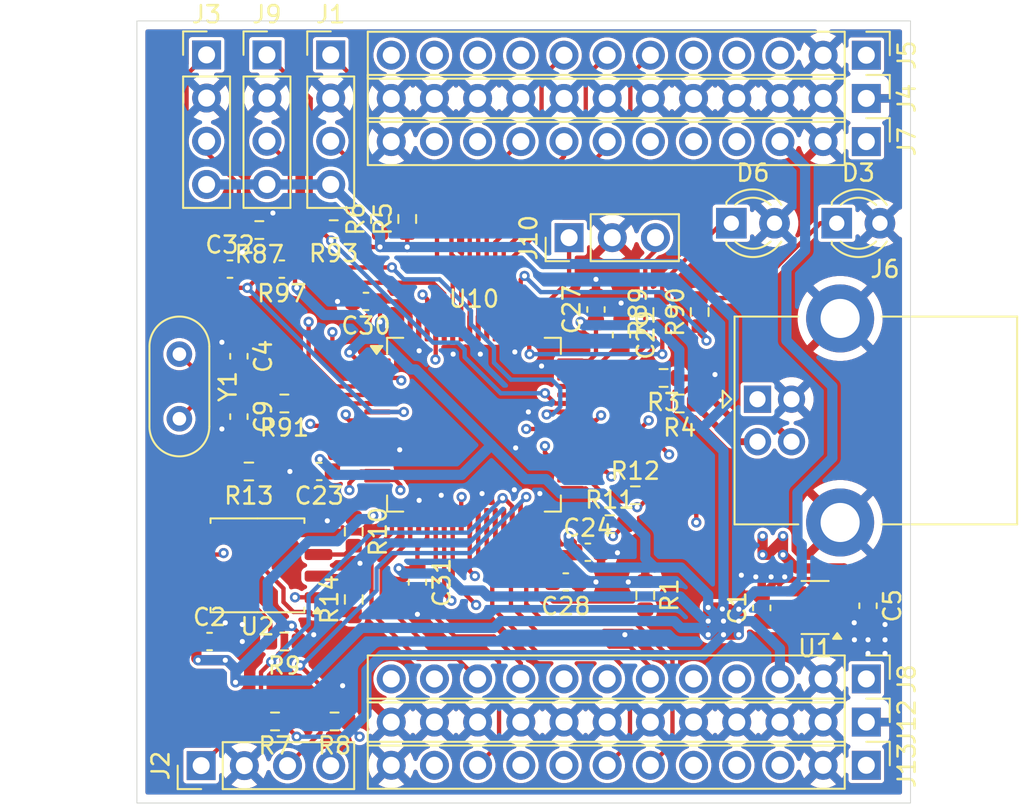
<source format=kicad_pcb>
(kicad_pcb (version 20241229) (generator "pcbnew") (generator_version "9.0")
  (layers (0 "F.Cu" signal) (4 "In1.Cu" signal) (6 "In2.Cu" signal) (2 "B.Cu" signal) (13 "F.Paste" user) (15 "B.Paste" user) (5 "F.SilkS" user "F.Silkscreen") (7 "B.SilkS" user "B.Silkscreen") (1 "F.Mask" user) (3 "B.Mask" user) (25 "Edge.Cuts" user))
  (net 0 "")
  (net 1 "GND")
  (net 2 "VDD")
  (net 3 "/clk-in")
  (net 4 "/Vbus")
  (net 5 "Net-(C9-Pad1)")
  (net 6 "Net-(U10B-Vcap_1)")
  (net 7 "Net-(U10B-Vcap_2)")
  (net 8 "/rst_mcu")
  (net 9 "Net-(D3-K)")
  (net 10 "Net-(D6-K)")
  (net 11 "/i2c1_sck")
  (net 12 "/i2c1_sda")
  (net 13 "/i2c2_sck")
  (net 14 "/i2c2_sda")
  (net 15 "/pb15")
  (net 16 "/pc13")
  (net 17 "/pc8")
  (net 18 "/pb14")
  (net 19 "/pc7")
  (net 20 "/pc4")
  (net 21 "/pc15")
  (net 22 "/pc6")
  (net 23 "/pc1")
  (net 24 "/pc11")
  (net 25 "/led-1")
  (net 26 "/pc9")
  (net 27 "/pc0")
  (net 28 "/pc12")
  (net 29 "/pd2")
  (net 30 "/pc5")
  (net 31 "/led-0")
  (net 32 "Net-(J6-D+)")
  (net 33 "Net-(J6-D-)")
  (net 34 "/pa7")
  (net 35 "/pb1")
  (net 36 "/pa3")
  (net 37 "/pb3")
  (net 38 "/pa5")
  (net 39 "/pa4")
  (net 40 "/pb8")
  (net 41 "/pa8")
  (net 42 "/pa0")
  (net 43 "/pb0")
  (net 44 "/pc14")
  (net 45 "/pa1")
  (net 46 "/pb4")
  (net 47 "/pb9")
  (net 48 "/pb5")
  (net 49 "/pa6")
  (net 50 "/pa2")
  (net 51 "/uart1-tx")
  (net 52 "/uart1-rx")
  (net 53 "/swd_clk")
  (net 54 "/swd_io")
  (net 55 "/boot0")
  (net 56 "/boot1")
  (net 57 "/usb_d+")
  (net 58 "/usb_d-")
  (net 59 "/flash_hold")
  (net 60 "/flash_wp")
  (net 61 "/flash_cs")
  (net 62 "/flash_cs_pin")
  (net 63 "/flash_sck")
  (net 64 "/spi2_sck")
  (net 65 "/flash_di")
  (net 66 "/spi2_mosi")
  (net 67 "/spi2_miso")
  (net 68 "/flash_do")
  (net 69 "/clk-out")
  (footprint "Capacitor_SMD:C_0603_1608Metric" (layer "F.Cu") (at 159.025 111.75)
    (property "Reference" "C24")
    (property "Value" "100n")
  )
  (footprint "Capacitor_SMD:C_0603_1608Metric" (layer "F.Cu") (at 141.025 95.1 180)
    (property "Reference" "R97")
    (property "Value" "10k")
  )
  (footprint "Resistor_SMD:R_0603_1608Metric" (layer "F.Cu") (at 144.075 92.75 180)
    (property "Reference" "R93")
    (property "Value" "10k")
  )
  (footprint "Resistor_SMD:R_0603_1608Metric" (layer "F.Cu") (at 141.175 117 180)
    (property "Reference" "R9")
    (property "Value" "10k")
  )
  (footprint "Connector_PinHeader_2.54mm:PinHeader_1x12_P2.54mm_Vertical" (layer "F.Cu") (at 175.4 124.28 -90)
    (property "Reference" "J13")
    (property "Value" "pins_f")
  )
  (footprint "Resistor_SMD:R_0603_1608Metric" (layer "F.Cu") (at 145.255 110.54 -90)
    (property "Reference" "R10")
    (property "Value" "10k")
  )
  (footprint "Resistor_SMD:R_0603_1608Metric_Pad0.98x0.95mm_HandSolder" (layer "F.Cu") (at 139.0875 107 180)
    (property "Reference" "R13")
    (property "Value" "33")
  )
  (footprint "Capacitor_SMD:C_0603_1608Metric" (layer "F.Cu") (at 136.775 117)
    (property "Reference" "C2")
    (property "Value" "4u7")
  )
  (footprint "Connector_PinHeader_2.54mm:PinHeader_1x12_P2.54mm_Vertical" (layer "F.Cu") (at 175.4 121.74 -90)
    (property "Reference" "J12")
    (property "Value" "pins_e")
  )
  (footprint "Capacitor_SMD:C_0603_1608Metric" (layer "F.Cu") (at 137.975 95.1)
    (property "Reference" "C32")
    (property "Value" "4u7")
  )
  (footprint "Connector_PinHeader_2.54mm:PinHeader_1x03_P2.54mm_Vertical" (layer "F.Cu") (at 157.92 93.25 90)
    (property "Reference" "J10")
    (property "Value" "swd")
  )
  (footprint "Resistor_SMD:R_0603_1608Metric_Pad0.98x0.95mm_HandSolder" (layer "F.Cu") (at 161.8125 108.4)
    (property "Reference" "R12")
    (property "Value" "33")
  )
  (footprint "Resistor_SMD:R_0603_1608Metric" (layer "F.Cu") (at 139.7 92.8 180)
    (property "Reference" "R87")
    (property "Value" "10k")
  )
  (footprint "Resistor_SMD:R_0603_1608Metric_Pad0.98x0.95mm_HandSolder" (layer "F.Cu") (at 160.3125 110.1)
    (property "Reference" "R11")
    (property "Value" "33")
  )
  (footprint "Capacitor_SMD:C_0603_1608Metric" (layer "F.Cu") (at 143.225 107 180)
    (property "Reference" "C23")
    (property "Value" "100n")
  )
  (footprint "Resistor_SMD:R_0603_1608Metric" (layer "F.Cu") (at 163.4 97.625 90)
    (property "Reference" "R89")
    (property "Value" "1k")
  )
  (footprint "Connector_PinHeader_2.54mm:PinHeader_1x12_P2.54mm_Vertical" (layer "F.Cu") (at 175.4 82.52 -90)
    (property "Reference" "J5")
    (property "Value" "pins_a")
  )
  (footprint "Capacitor_SMD:C_0603_1608Metric" (layer "F.Cu") (at 159.5 97.475 90)
    (property "Reference" "C27")
    (property "Value" "100n")
  )
  (footprint "Package_TO_SOT_SMD:SOT-23-5" (layer "F.Cu") (at 172.3875 115 180)
    (property "Reference" "U1")
    (property "Value" "MCP1802x-xx02xOT")
  )
  (footprint "Connector_PinHeader_2.54mm:PinHeader_1x04_P2.54mm_Vertical" (layer "F.Cu") (at 140.15 82.5)
    (property "Reference" "J9")
    (property "Value" "uart1")
  )
  (footprint "Connector_PinHeader_2.54mm:PinHeader_1x04_P2.54mm_Vertical" (layer "F.Cu") (at 143.9 82.5)
    (property "Reference" "J1")
    (property "Value" "i2c_1")
  )
  (footprint "Resistor_SMD:R_0603_1608Metric" (layer "F.Cu") (at 164.425 103 180)
    (property "Reference" "R4")
    (property "Value" "22")
  )
  (footprint "LED_THT:LED_D3.0mm" (layer "F.Cu") (at 173.66 92.4)
    (property "Reference" "D3")
    (property "Value" "LED")
  )
  (footprint "Capacitor_SMD:C_0603_1608Metric" (layer "F.Cu") (at 175.5 114.9 -90)
    (property "Reference" "C5")
    (property "Value" "4u7")
  )
  (footprint "Capacitor_SMD:C_0603_1608Metric" (layer "F.Cu") (at 145.975 97 180)
    (property "Reference" "C30")
    (property "Value" "100n")
  )
  (footprint "Resistor_SMD:R_0603_1608Metric" (layer "F.Cu") (at 165.6 97.625 90)
    (property "Reference" "R90")
    (property "Value" "1k")
  )
  (footprint "Connector_PinHeader_2.54mm:PinHeader_1x04_P2.54mm_Vertical" (layer "F.Cu") (at 136.6 82.5)
    (property "Reference" "J3")
    (property "Value" "boot_rst")
  )
  (footprint "Resistor_SMD:R_0603_1608Metric" (layer "F.Cu") (at 148.4 92.15 90)
    (property "Reference" "R5")
    (property "Value" "10k")
  )
  (footprint "Capacitor_SMD:C_0603_1608Metric" (layer "F.Cu") (at 138.5 100.225 -90)
    (property "Reference" "C4")
    (property "Value" "18p")
  )
  (footprint "Resistor_SMD:R_0603_1608Metric" (layer "F.Cu") (at 162.4 114.275 -90)
    (property "Reference" "R1")
    (property "Value" "100k")
  )
  (footprint "Capacitor_SMD:C_0603_1608Metric" (layer "F.Cu") (at 161 98.975 -90)
    (property "Reference" "C29")
    (property "Value" "2u2")
  )
  (footprint "Resistor_SMD:R_0603_1608Metric" (layer "F.Cu") (at 146.8 92.15 90)
    (property "Reference" "R6")
    (property "Value" "10k")
  )
  (footprint "Crystal:Crystal_HC52-8mm_Vertical" (layer "F.Cu") (at 135 100.1 -90)
    (property "Reference" "Y1")
    (property "Value" "Crystal")
  )
  (footprint "Connector_PinHeader_2.54mm:PinHeader_1x04_P2.54mm_Vertical" (layer "F.Cu") (at 136.28 124.3 90)
    (property "Reference" "J2")
    (property "Value" "i2c_2")
  )
  (footprint "Capacitor_SMD:C_0603_1608Metric" (layer "F.Cu") (at 157.725 113.5 180)
    (property "Reference" "C28")
    (property "Value" "2u2")
  )
  (footprint "Resistor_SMD:R_0603_1608Metric_Pad0.98x0.95mm_HandSolder" (layer "F.Cu") (at 145.255 114.5275 90)
    (property "Reference" "R14")
    (property "Value" "33")
  )
  (footprint "Capacitor_SMD:C_0603_1608Metric" (layer "F.Cu") (at 169.25 115.025 90)
    (property "Reference" "C1")
    (property "Value" "4u7")
  )
  (footprint "Connector_PinHeader_2.54mm:PinHeader_1x12_P2.54mm_Vertical" (layer "F.Cu") (at 175.4 85.06 -90)
    (property "Reference" "J4")
    (property "Value" "pins_b")
  )
  (footprint "Connector_PinHeader_2.54mm:PinHeader_1x12_P2.54mm_Vertical" (layer "F.Cu") (at 175.4 119.2 -90)
    (property "Reference" "J8")
    (property "Value" "pins_d")
  )
  (footprint "Capacitor_SMD:C_0603_1608Metric" (layer "F.Cu") (at 138.5 103.775 -90)
    (property "Reference" "C9")
    (property "Value" "18p")
  )
  (footprint "Capacitor_SMD:C_0603_1608Metric" (layer "F.Cu") (at 149 113.525 -90)
    (property "Reference" "C31")
    (property "Value" "100n")
  )
  (footprint "Connector_PinHeader_2.54mm:PinHeader_1x12_P2.54mm_Vertical" (layer "F.Cu") (at 175.4 87.6 -90)
    (property "Reference" "J7")
    (property "Value" "pins_c")
  )
  (footprint "Package_SO:SOIC-8_5.3x5.3mm_P1.27mm" (layer "F.Cu") (at 139.5925 112.52 180)
    (property "Reference" "U2")
    (property "Value" "W25Q128JVS")
  )
  (footprint "Package_QFP:LQFP-64_10x10mm_P0.5mm" (layer "F.Cu") (at 152.325 104.25)
    (property "Reference" "U10")
    (property "Value" "~")
  )
  (footprint "Resistor_SMD:R_0603_1608Metric" (layer "F.Cu") (at 140.625 121.7 180)
    (property "Reference" "R7")
    (property "Value" "10k")
  )
  (footprint "Connector_USB:USB_B_Lumberg_2411_02_Horizontal" (layer "F.Cu") (at 169 102.75)
    (property "Reference" "J6")
    (property "Value" "MY_USB_B")
  )
  (footprint "Resistor_SMD:R_0603_1608Metric" (layer "F.Cu") (at 144.125 121.7 180)
    (property "Reference" "R8")
    (property "Value" "10k")
  )
  (footprint "Resistor_SMD:R_0603_1608Metric" (layer "F.Cu") (at 163.475 101.5 180)
    (property "Reference" "R3")
    (property "Value" "22")
  )
  (footprint "Resistor_SMD:R_0603_1608Metric" (layer "F.Cu") (at 141.175 103 180)
    (property "Reference" "R91")
    (property "Value" "100")
  )
  (footprint "LED_THT:LED_D3.0mm" (layer "F.Cu") (at 167.46 92.4)
    (property "Reference" "D6")
    (property "Value" "LED")
  )
  (gr_rect (start 132.5 80.5) (end 178 126.5) (stroke (width 0.05)) (fill no) (layer "Edge.Cuts"))
  (segment (start 149.075 98.575) (end 149.075 99.875) (width 0.254) (layer "F.Cu") (net 1))
  (segment (start 149.075 108.725) (end 149.1 108.7) (width 0.254) (layer "F.Cu") (net 1))
  (segment (start 155.523033 103.5) (end 155.042577 103.5) (width 0.254) (layer "F.Cu") (net 1))
  (segment (start 154.6 100.1) (end 154.728712 99.971288) (width 0.254) (layer "F.Cu") (net 1))
  (segment (start 143.7 110.095) (end 143.7 109.9) (width 0.254) (layer "F.Cu") (net 1))
  (segment (start 155.277 107.4) (end 154.7 107.977) (width 0.254) (layer "F.Cu") (net 1))
  (segment (start 138.5 99.45) (end 137.55 99.45) (width 0.254) (layer "F.Cu") (net 1))
  (segment (start 140.525 92.8) (end 140.525 91.825) (width 0.254) (layer "F.Cu") (net 1))
  (segment (start 155.042577 103.5) (end 154.423 104.119577) (width 0.254) (layer "F.Cu") (net 1))
  (segment (start 168.149998 113.2) (end 168.05 113.1) (width 0.4) (layer "F.Cu") (net 1))
  (segment (start 161 97.117524) (end 160.978476 97.096) (width 0.254) (layer "F.Cu") (net 1))
  (segment (start 154.728712 100.528712) (end 155 100.8) (width 0.254) (layer "F.Cu") (net 1))
  (segment (start 149 114.3) (end 149 115.4) (width 0.254) (layer "F.Cu") (net 1))
  (segment (start 159.5 96.7) (end 159.5 95.7) (width 0.254) (layer "F.Cu") (net 1))
  (segment (start 155.525438 103.497595) (end 155.523033 103.5) (width 0.254) (layer "F.Cu") (net 1))
  (segment (start 170.3 113.2) (end 170.6 113.2) (width 0.4) (layer "F.Cu") (net 1))
  (segment (start 154.728712 99.971288) (end 154.728712 100.528712) (width 0.254) (layer "F.Cu") (net 1))
  (segment (start 155.6 103.423033) (end 155.525438 103.497595) (width 0.254) (layer "F.Cu") (net 1))
  (segment (start 155.3 107.4) (end 155.277 107.4) (width 0.254) (layer "F.Cu") (net 1))
  (segment (start 151.1 100.1) (end 152.7 100.1) (width 0.254) (layer "F.Cu") (net 1))
  (segment (start 156.2 108.3) (end 155.3 107.4) (width 0.254) (layer "F.Cu") (net 1))
  (segment (start 137.55 117) (end 138.7 117) (width 0.6) (layer "F.Cu") (net 1))
  (segment (start 138.75 95.1) (end 138.75 94.15) (width 0.254) (layer "F.Cu") (net 1))
  (segment (start 155.380423 106.070949) (end 154.923 105.613526) (width 0.254) (layer "F.Cu") (net 1))
  (segment (start 155.777 107.819577) (end 155.777 107.919577) (width 0.254) (layer "F.Cu") (net 1))
  (segment (start 149.6 101.3) (end 150.7 101.3) (width 0.254) (layer "F.Cu") (net 1))
  (segment (start 153.7 107.4) (end 154.023 107.4) (width 0.254) (layer "F.Cu") (net 1))
  (segment (start 156.157423 108.3) (end 156.2 108.3) (width 0.254) (layer "F.Cu") (net 1))
  (segment (start 149.075 109.925) (end 149.075 108.725) (width 0.254) (layer "F.Cu") (net 1))
  (segment (start 138.5 104.55) (end 137.55 104.55) (width 0.254) (layer "F.Cu") (net 1))
  (segment (start 149.075 99.875) (end 149.1 99.9) (width 0.254) (layer "F.Cu") (net 1))
  (segment (start 168.9 113.2) (end 169.8 113.2) (width 0.4) (layer "F.Cu") (net 1))
  (segment (start 174.825 115) (end 175.5 115.675) (width 0.6) (layer "F.Cu") (net 1))
  (segment (start 151 107.8) (end 150.4 108.4) (width 0.254) (layer "F.Cu") (net 1))
  (segment (start 159.8 111.75) (end 160.733893 111.75) (width 0.254) (layer "F.Cu") (net 1))
  (segment (start 152.7 100.1) (end 154.6 100.1) (width 0.254) (layer "F.Cu") (net 1))
  (segment (start 158.5 113.5) (end 159.5 113.5) (width 0.254) (layer "F.Cu") (net 1))
  (segment (start 150.9 100.3) (end 151.1 100.1) (width 0.254) (layer "F.Cu") (net 1))
  (segment (start 145.2 97) (end 144.3 97) (width 0.254) (layer "F.Cu") (net 1))
  (segment (start 156.3 100.8) (end 155.6 101.5) (width 0.254) (layer "F.Cu") (net 1))
  (segment (start 169.25 114.25) (end 170.3 113.2) (width 0.4) (layer "F.Cu") (net 1))
  (segment (start 155.380423 107.423) (end 155.380423 106.070949) (width 0.254) (layer "F.Cu") (net 1))
  (segment (start 152.8 108.3) (end 153.7 107.4) (width 0.254) (layer "F.Cu") (net 1))
  (segment (start 154.423 105.259272) (end 154.777254 105.613526) (width 0.254) (layer "F.Cu") (net 1))
  (segment (start 146.65 106) (end 147.682862 106) (width 0.254) (layer "F.Cu") (net 1))
  (segment (start 147.682862 106) (end 147.957049 105.725813) (width 0.254) (layer "F.Cu") (net 1))
  (segment (start 138.75 94.15) (end 138.7 94.1) (width 0.254) (layer "F.Cu") (net 1))
  (segment (start 154.7 107.977) (end 154.7 108.077) (width 0.254) (layer "F.Cu") (net 1))
  (segment (start 154.423 104.119577) (end 154.423 105.259272) (width 0.254) (layer "F.Cu") (net 1))
  (segment (start 175.5 115.675) (end 175.5 116.9) (width 0.6) (layer "F.Cu") (net 1))
  (segment (start 143.18 110.615) (end 143.7 110.095) (width 0.254) (layer "F.Cu") (net 1))
  (segment (start 140.525 91.825) (end 140.5 91.8) (width 0.254) (layer "F.Cu") (net 1))
  (segment (start 168.9 113.2) (end 168.149998 113.2) (width 0.4) (layer "F.Cu") (net 1))
  (segment (start 160.733893 111.75) (end 160.765168 111.781275) (width 0.254) (layer "F.Cu") (net 1))
  (segment (start 142.45 107) (end 141.5 107) (width 0.254) (layer "F.Cu") (net 1))
  (segment (start 137.55 104.55) (end 137.5 104.5) (width 0.254) (layer "F.Cu") (net 1))
  (segment (start 154.923 105.613526) (end 154.777254 105.613526) (width 0.254) (layer "F.Cu") (net 1))
  (segment (start 162.4 113.45) (end 161.45 113.45) (width 0.254) (layer "F.Cu") (net 1))
  (segment (start 155.777 107.919577) (end 156.157423 108.3) (width 0.254) (layer "F.Cu") (net 1))
  (segment (start 173.525 115) (end 174.825 115) (width 0.6) (layer "F.Cu") (net 1))
  (segment (start 155.6 101.5) (end 155.6 103.423033) (width 0.254) (layer "F.Cu") (net 1))
  (segment (start 161 98.2) (end 161 97.117524) (width 0.254) (layer "F.Cu") (net 1))
  (segment (start 152.3 107.8) (end 151 107.8) (width 0.254) (layer "F.Cu") (net 1))
  (segment (start 149.1 99.9) (end 149.1 100.8) (width 0.254) (layer "F.Cu") (net 1))
  (segment (start 150.9 101.1) (end 150.9 100.3) (width 0.254) (layer "F.Cu") (net 1))
  (segment (start 155 100.8) (end 156.3 100.8) (width 0.254) (layer "F.Cu") (net 1))
  (segment (start 150.7 101.3) (end 150.9 101.1) (width 0.254) (layer "F.Cu") (net 1))
  (segment (start 154.023 107.4) (end 154.7 108.077) (width 0.254) (layer "F.Cu") (net 1))
  (segment (start 170.6 113.2) (end 169.8 113.2) (width 0.4) (layer "F.Cu") (net 1))
  (segment (start 137.55 99.45) (end 137.5 99.4) (width 0.254) (layer "F.Cu") (net 1))
  (segment (start 152.8 108.3) (end 152.3 107.8) (width 0.254) (layer "F.Cu") (net 1))
  (segment (start 149.1 100.8) (end 149.6 101.3) (width 0.254) (layer "F.Cu") (net 1))
  (segment (start 161.45 113.45) (end 161.4 113.5) (width 0.254) (layer "F.Cu") (net 1))
  (via (at 154.728712 99.971288) (size 0.6) (drill 0.3) (layers "F.Cu" "B.Cu") (net 1))
  (via (at 138.7 117) (size 0.6) (drill 0.3) (layers "F.Cu" "B.Cu") (net 1))
  (via (at 144.3 97) (size 0.6) (drill 0.3) (layers "F.Cu" "B.Cu") (net 1))
  (via (at 160.978476 97.096) (size 0.6) (drill 0.3) (layers "F.Cu" "B.Cu") (net 1))
  (via (at 175.5 117.7) (size 0.6) (drill 0.3) (layers "F.Cu" "B.Cu") (net 1))
  (via (at 154.7 108.077) (size 0.6) (drill 0.3) (layers "F.Cu" "B.Cu") (net 1))
  (via (at 145.623 112.4) (size 0.6) (drill 0.3) (layers "F.Cu" "B.Cu") (net 1))
  (via (at 154.777254 105.613526) (size 0.6) (drill 0.3) (layers "F.Cu" "B.Cu") (net 1))
  (via (at 142.9 116.6) (size 0.6) (drill 0.3) (layers "F.Cu" "B.Cu") (net 1))
  (via (at 176.5 117.7) (size 0.6) (drill 0.3) (layers "F.Cu" "B.Cu") (net 1))
  (via (at 141.5 107) (size 0.6) (drill 0.3) (layers "F.Cu" "B.Cu") (net 1))
  (via (at 176.5 116) (size 0.6) (drill 0.3) (layers "F.Cu" "B.Cu") (net 1))
  (via (at 144.6 119.6) (size 0.6) (drill 0.3) (layers "F.Cu" "B.Cu") (net 1))
  (via (at 149.1 99.9) (size 0.6) (drill 0.3) (layers "F.Cu" "B.Cu") (net 1))
  (via (at 150.4 108.4) (size 0.6) (drill 0.3) (layers "F.Cu" "B.Cu") (net 1))
  (via (at 149.1 108.7) (size 0.6) (drill 0.3) (layers "F.Cu" "B.Cu") (net 1))
  (via (at 147.957049 105.725813) (size 0.6) (drill 0.3) (layers "F.Cu" "B.Cu") (net 1))
  (via (at 138.7 116) (size 0.6) (drill 0.3) (layers "F.Cu" "B.Cu") (net 1))
  (via (at 161.4 113.5) (size 0.6) (drill 0.3) (layers "F.Cu" "B.Cu") (net 1))
  (via (at 151.1 100.1) (size 0.6) (drill 0.3) (layers "F.Cu" "B.Cu") (net 1))
  (via (at 137.7 115.9) (size 0.6) (drill 0.3) (layers "F.Cu" "B.Cu") (net 1))
  (via (at 159.5 113.5) (size 0.6) (drill 0.3) (layers "F.Cu" "B.Cu") (net 1))
  (via (at 152.8 108.3) (size 0.6) (drill 0.3) (layers "F.Cu" "B.Cu") (net 1))
  (via (at 161.2 116.6) (size 0.6) (drill 0.3) (layers "F.Cu" "B.Cu") (net 1))
  (via (at 175.5 116.9) (size 0.6) (drill 0.3) (layers "F.Cu" "B.Cu") (net 1))
  (via (at 143.7 109.9) (size 0.6) (drill 0.3) (layers "F.Cu" "B.Cu") (net 1))
  (via (at 168.05 113.1) (size 0.6) (drill 0.3) (layers "F.Cu" "B.Cu") (net 1))
  (via (at 137.5 99.4) (size 0.6) (drill 0.3) (layers "F.Cu" "B.Cu") (net 1))
  (via (at 137.5 104.5) (size 0.6) (drill 0.3) (layers "F.Cu" "B.Cu") (net 1))
  (via (at 149 115.4) (size 0.6) (drill 0.3) (layers "F.Cu" "B.Cu") (net 1))
  (via (at 140.5 91.8) (size 0.6) (drill 0.3) (layers "F.Cu" "B.Cu") (net 1))
  (via (at 169.8 113.2) (size 0.6) (drill 0.3) (layers "F.Cu" "B.Cu") (net 1))
  (via (at 176.5 116.9) (size 0.6) (drill 0.3) (layers "F.Cu" "B.Cu") (net 1))
  (via (at 156.2 108.3) (size 0.6) (drill 0.3) (layers "F.Cu" "B.Cu") (net 1))
  (via (at 138.7 94.1) (size 0.6) (drill 0.3) (layers "F.Cu" "B.Cu") (net 1))
  (via (at 160.765168 111.781275) (size 0.6) (drill 0.3) (layers "F.Cu" "B.Cu") (net 1))
  (via (at 166.5 101.3) (size 0.6) (drill 0.3) (layers "F.Cu" "B.Cu") (net 1))
  (via (at 174.7 116.9) (size 0.6) (drill 0.3) (layers "F.Cu" "B.Cu") (net 1))
  (via (at 168.9 113.2) (size 0.6) (drill 0.3) (layers "F.Cu" "B.Cu") (net 1))
  (via (at 159.5 95.7) (size 0.6) (drill 0.3) (layers "F.Cu" "B.Cu") (net 1))
  (via (at 155.525438 103.497595) (size 0.6) (drill 0.3) (layers "F.Cu" "B.Cu") (net 1))
  (via (at 170.6 113.2) (size 0.6) (drill 0.3) (layers "F.Cu" "B.Cu") (net 1))
  (via (at 152.7 100.1) (size 0.6) (drill 0.3) (layers "F.Cu" "B.Cu") (net 1))
  (via (at 174.6875 115.896049) (size 0.6) (drill 0.3) (layers "F.Cu" "B.Cu") (net 1))
  (via (at 156.3 100.8) (size 0.6) (drill 0.3) (layers "F.Cu" "B.Cu") (net 1))
  (segment (start 144.3 97) (end 144.9 96.4) (width 0.254) (layer "B.Cu") (net 1))
  (segment (start 176.5 116.9) (end 176.5 116) (width 0.6) (layer "B.Cu") (net 1))
  (segment (start 174.7 115.908549) (end 174.6875 115.896049) (width 0.6) (layer "B.Cu") (net 1))
  (segment (start 145.623 112.4) (end 145.623 113.877) (width 0.254) (layer "B.Cu") (net 1))
  (segment (start 145.623 113.877) (end 142.9 116.6) (width 0.254) (layer "B.Cu") (net 1))
  (segment (start 175.5 117.7) (end 176.5 117.7) (width 0.6) (layer "B.Cu") (net 1))
  (segment (start 144.9 96.2) (end 140.5 91.8) (width 0.254) (layer "B.Cu") (net 1))
  (segment (start 174.7 116.9) (end 174.7 115.908549) (width 0.6) (layer "B.Cu") (net 1))
  (segment (start 144.9 96.4) (end 144.9 96.2) (width 0.254) (layer "B.Cu") (net 1))
  (segment (start 148.95 112.7) (end 149 112.75) (width 0.254) (layer "F.Cu") (net 2))
  (segment (start 166.1 115.8) (end 166.1 115) (width 0.6) (layer "F.Cu") (net 2))
  (segment (start 144.95 121.95) (end 145.6 122.6) (width 0.254) (layer "F.Cu") (net 2))
  (segment (start 159.45 98.2) (end 159.5 98.25) (width 0.254) (layer "F.Cu") (net 2))
  (segment (start 136 114.43) (end 136.005 114.425) (width 0.6) (layer "F.Cu") (net 2))
  (segment (start 147.9 112.7) (end 148.95 112.7) (width 0.254) (layer "F.Cu") (net 2))
  (segment (start 171.25 115.95) (end 169.4 115.95) (width 0.6) (layer "F.Cu") (net 2))
  (segment (start 167 115.8) (end 166.9 115.8) (width 0.6) (layer "F.Cu") (net 2))
  (segment (start 138.3 119.4) (end 138.3 118.6) (width 0.6) (layer "F.Cu") (net 2))
  (segment (start 146.8 93.8) (end 146.8 92.975) (width 0.254) (layer "F.Cu") (net 2))
  (segment (start 167.9 115.1) (end 166.944616 115.1) (width 0.6) (layer "F.Cu") (net 2))
  (segment (start 144.5 106.5) (end 144 107) (width 0.254) (layer "F.Cu") (net 2))
  (segment (start 142 116.480008) (end 141.606559 116.086567) (width 0.254) (layer "F.Cu") (net 2))
  (segment (start 144 107) (end 143.990051 107) (width 0.254) (layer "F.Cu") (net 2))
  (segment (start 147.8 97) (end 146.75 97) (width 0.254) (layer "F.Cu") (net 2))
  (segment (start 167 115.8) (end 167.1 115.8) (width 0.6) (layer "F.Cu") (net 2))
  (segment (start 141.8 96.1) (end 141.9 96.2) (width 0.254) (layer "F.Cu") (net 2))
  (segment (start 146.65 106.5) (end 144.5 106.5) (width 0.254) (layer "F.Cu") (net 2))
  (segment (start 146.65 100.5) (end 145.5 100.5) (width 0.254) (layer "F.Cu") (net 2))
  (segment (start 149.575 110.925) (end 149 111.5) (width 0.254) (layer "F.Cu") (net 2))
  (segment (start 148.575 97.775) (end 147.8 97) (width 0.254) (layer "F.Cu") (net 2))
  (segment (start 141.45 122.15) (end 141.9 122.6) (width 0.254) (layer "F.Cu") (net 2))
  (segment (start 148.575 98.575) (end 148.575 97.775) (width 0.254) (layer "F.Cu") (net 2))
  (segment (start 142 117) (end 142 116.480008) (width 0.254) (layer "F.Cu") (net 2))
  (segment (start 145.5 100.5) (end 145 100) (width 0.254) (layer "F.Cu") (net 2))
  (segment (start 158.25 111.15) (end 158.25 111.75) (width 0.254) (layer "F.Cu") (net 2))
  (segment (start 167.1 115.8) (end 167.9 116.6) (width 0.6) (layer "F.Cu") (net 2))
  (segment (start 149 111.5) (end 149 112.75) (width 0.254) (layer "F.Cu") (net 2))
  (segment (start 156.075 109.925) (end 156.075 110.875) (width 0.254) (layer "F.Cu") (net 2))
  (segment (start 146.8 97.05) (end 146.75 97) (width 0.254) (layer "F.Cu") (net 2))
  (segment (start 145.255 109.715) (end 146.285 109.715) (width 0.254) (layer "F.Cu") (net 2))
  (segment (start 169.4 115.95) (end 169.25 115.8) (width 0.6) (layer "F.Cu") (net 2))
  (segment (start 159.1 100.5) (end 159.5 100.1) (width 0.254) (layer "F.Cu") (net 2))
  (segment (start 136 118) (end 136.1 118.1) (width 0.6) (layer "F.Cu") (net 2))
  (segment (start 145.25 92.75) (end 146.3 93.8) (width 0.254) (layer "F.Cu") (net 2))
  (segment (start 148.4 93.8) (end 148.4 92.975) (width 0.254) (layer "F.Cu") (net 2))
  (segment (start 166.9 115.8) (end 166.1 115) (width 0.6) (layer "F.Cu") (net 2))
  (segment (start 166.944616 115.1) (end 166.933233 115.088617) (width 0.6) (layer "F.Cu") (net 2))
  (segment (start 137.8 118.1) (end 137.7 118.1) (width 0.6) (layer "F.Cu") (net 2))
  (segment (start 169.25 115.8) (end 167.9 115.8) (width 0.6) (layer "F.Cu") (net 2))
  (segment (start 146.3 93.8) (end 146.8 93.8) (width 0.254) (layer "F.Cu") (net 2))
  (segment (start 138.3 118.6) (end 137.8 118.1) (width 0.6) (layer "F.Cu") (net 2))
  (segment (start 149.575 109.925) (end 149.575 110.925) (width 0.254) (layer "F.Cu") (net 2))
  (segment (start 144.9 92.75) (end 145.25 92.75) (width 0.254) (layer "F.Cu") (net 2))
  (segment (start 137.7 118.1) (end 136.1 118.1) (width 0.6) (layer "F.Cu") (net 2))
  (segment (start 141.45 121.7) (end 141.45 122.15) (width 0.254) (layer "F.Cu") (net 2))
  (segment (start 157.9 110.8) (end 158.25 111.15) (width 0.254) (layer "F.Cu") (net 2))
  (segment (start 166.1 115.8) (end 166.1 116.6) (width 0.6) (layer "F.Cu") (net 2))
  (segment (start 158 100.5) (end 159.1 100.5) (width 0.254) (layer "F.Cu") (net 2))
  (segment (start 159.5 100.1) (end 159.5 98.25) (width 0.254) (layer "F.Cu") (net 2))
  (segment (start 166.844616 115) (end 166.933233 115.088617) (width 0.6) (layer "F.Cu") (net 2))
  (segment (start 136 117) (end 136 114.43) (width 0.6) (layer "F.Cu") (net 2))
  (segment (start 167.9 115.1) (end 167.9 115.8) (width 0.6) (layer "F.Cu") (net 2))
  (segment (start 158.6 98.2) (end 159.45 98.2) (width 0.254) (layer "F.Cu") (net 2))
  (segment (start 146.8 98.2) (end 146.8 97.05) (width 0.254) (layer "F.Cu") (net 2))
  (segment (start 166.9 115.8) (end 166.1 116.6) (width 0.6) (layer "F.Cu") (net 2))
  (segment (start 156.075 110.875) (end 156.95 111.75) (width 0.254) (layer "F.Cu") (net 2))
  (segment (start 156.95 111.75) (end 158.25 111.75) (width 0.254) (layer "F.Cu") (net 2))
  (segment (start 167.9 115.8) (end 167 115.8) (width 0.6) (layer "F.Cu") (net 2))
  (segment (start 167 116.6) (end 167.9 116.6) (width 0.6) (layer "F.Cu") (net 2))
  (segment (start 143.990051 107) (end 143.266314 106.276263) (width 0.254) (layer "F.Cu") (net 2))
  (segment (start 136 117) (end 136 118) (width 0.6) (layer "F.Cu") (net 2))
  (segment (start 143.9 90.12) (end 144.9 91.12) (width 0.254) (layer "F.Cu") (net 2))
  (segment (start 144.9 91.12) (end 144.9 92.75) (width 0.254) (layer "F.Cu") (net 2))
  (segment (start 144.95 121.7) (end 144.95 121.95) (width 0.254) (layer "F.Cu") (net 2))
  (segment (start 146.285 109.715) (end 146.4 109.6) (width 0.254) (layer "F.Cu") (net 2))
  (segment (start 166.1 115) (end 166.844616 115) (width 0.6) (layer "F.Cu") (net 2))
  (segment (start 141.8 95.1) (end 141.8 96.1) (width 0.254) (layer "F.Cu") (net 2))
  (segment (start 166.1 116.6) (end 167 116.6) (width 0.6) (layer "F.Cu") (net 2))
  (via (at 167 115.8) (size 0.6) (drill 0.3) (layers "F.Cu" "B.Cu") (net 2))
  (via (at 166.1 115.8) (size 0.6) (drill 0.3) (layers "F.Cu" "B.Cu") (net 2))
  (via (at 166.933233 115.088617) (size 0.6) (drill 0.3) (layers "F.Cu" "B.Cu") (net 2))
  (via (at 145.6 122.6) (size 0.6) (drill 0.3) (layers "F.Cu" "B.Cu") (net 2))
  (via (at 157.9 110.8) (size 0.6) (drill 0.3) (layers "F.Cu" "B.Cu") (net 2))
  (via (at 136.1 118.1) (size 0.6) (drill 0.3) (layers "F.Cu" "B.Cu") (net 2))
  (via (at 167.9 115.1) (size 0.6) (drill 0.3) (layers "F.Cu" "B.Cu") (net 2))
  (via (at 158.6 98.2) (size 0.6) (drill 0.3) (layers "F.Cu" "B.Cu") (net 2))
  (via (at 141.606559 116.086567) (size 0.6) (drill 0.3) (layers "F.Cu" "B.Cu") (net 2))
  (via (at 137.7 118.1) (size 0.6) (drill 0.3) (layers "F.Cu" "B.Cu") (net 2))
  (via (at 167 116.6) (size 0.6) (drill 0.3) (layers "F.Cu" "B.Cu") (net 2))
  (via (at 167.9 116.6) (size 0.6) (drill 0.3) (layers "F.Cu" "B.Cu") (net 2))
  (via (at 138.3 119.4) (size 0.6) (drill 0.3) (layers "F.Cu" "B.Cu") (net 2))
  (via (at 146.8 93.8) (size 0.6) (drill 0.3) (layers "F.Cu" "B.Cu") (net 2))
  (via (at 148.4 93.8) (size 0.6) (drill 0.3) (layers "F.Cu" "B.Cu") (net 2))
  (via (at 166.1 115) (size 0.6) (drill 0.3) (layers "F.Cu" "B.Cu") (net 2))
  (via (at 147.9 112.7) (size 0.6) (drill 0.3) (layers "F.Cu" "B.Cu") (net 2))
  (via (at 167.9 115.8) (size 0.6) (drill 0.3) (layers "F.Cu" "B.Cu") (net 2))
  (via (at 146.4 109.6) (size 0.6) (drill 0.3) (layers "F.Cu" "B.Cu") (net 2))
  (via (at 141.9 122.6) (size 0.6) (drill 0.3) (layers "F.Cu" "B.Cu") (net 2))
  (via (at 166.1 116.6) (size 0.6) (drill 0.3) (layers "F.Cu" "B.Cu") (net 2))
  (via (at 143.266314 106.276263) (size 0.6) (drill 0.3) (layers "F.Cu" "B.Cu") (net 2))
  (via (at 146.8 98.2) (size 0.6) (drill 0.3) (layers "F.Cu" "B.Cu") (net 2))
  (via (at 141.9 96.2) (size 0.6) (drill 0.3) (layers "F.Cu" "B.Cu") (net 2))
  (via (at 145 100) (size 0.6) (drill 0.3) (layers "F.Cu" "B.Cu") (net 2))
  (segment (start 156.4 94.8) (end 155.4 93.8) (width 0.6) (layer "B.Cu") (net 2))
  (segment (start 164.1 115.8) (end 164.5 116.2) (width 0.6) (layer "B.Cu") (net 2))
  (segment (start 143.9 90.12) (end 140.15 90.12) (width 0.6) (layer "B.Cu") (net 2))
  (segment (start 155.35 107.45) (end 156.552082 107.45) (width 0.6) (layer "B.Cu") (net 2))
  (segment (start 144.3 111.1) (end 145.6 109.8) (width 0.6) (layer "B.Cu") (net 2))
  (segment (start 153.9 115.8) (end 164.1 115.8) (width 0.6) (layer "B.Cu") (net 2))
  (segment (start 138.4 119.3) (end 142.6 119.3) (width 0.6) (layer "B.Cu") (net 2))
  (segment (start 167.9 115) (end 168.85 114.05) (width 0.6) (layer "B.Cu") (net 2))
  (segment (start 167 115.02185) (end 166.933233 115.088617) (width 0.6) (layer "B.Cu") (net 2))
  (segment (start 146.8 93.8) (end 148.4 93.8) (width 0.6) (layer "B.Cu") (net 2))
  (segment (start 164.5 116.2) (end 165.7 116.2) (width 0.6) (layer "B.Cu") (net 2))
  (segment (start 137.8 118.1) (end 138.3 118.6) (width 0.6) (layer "B.Cu") (net 2))
  (segment (start 166.9 115.8) (end 166.1 116.6) (width 0.6) (layer "B.Cu") (net 2))
  (segment (start 146.8 99.2) (end 148.6 101) (width 0.6) (layer "B.Cu") (net 2))
  (segment (start 153.35 105.45) (end 155.35 107.45) (width 0.6) (layer "B.Cu") (net 2))
  (segment (start 146.8 99.2) (end 146.8 98.2) (width 0.6) (layer "B.Cu") (net 2))
  (segment (start 170.7 99.3) (end 170.7 95.1) (width 0.6) (layer "B.Cu") (net 2))
  (segment (start 167.9 115.8) (end 167.9 116.6) (width 0.6) (layer "B.Cu") (net 2))
  (segment (start 167.9 115.1) (end 167.9 115) (width 0.6) (layer "B.Cu") (net 2))
  (segment (start 138.3 118.6) (end 138.3 119.4) (width 0.6) (layer "B.Cu") (net 2))
  (segment (start 162.95 98.4) (end 158.8 98.4) (width 0.6) (layer "B.Cu") (net 2))
  (segment (start 166.1 114.255384) (end 165.822308 113.977692) (width 0.6) (layer "B.Cu") (net 2))
  (segment (start 155.4 93.8) (end 148.4 93.8) (width 0.6) (layer "B.Cu") (net 2))
  (segment (start 167.9 115.8) (end 168.7 115.8) (width 0.6) (layer "B.Cu") (net 2))
  (segment (start 150.602082 113) (end 148.2 113) (width 0.6) (layer "B.Cu") (net 2))
  (segment (start 141.024257 115.824257) (end 140.2 115) (width 0.6) (layer "B.Cu") (net 2))
  (segment (start 152.802082 114) (end 151.602082 114) (width 0.6) (layer "B.Cu") (net 2))
  (segment (start 162.4 110.802082) (end 162.4 112.1) (width 0.6) (layer "B.Cu") (net 2))
  (segment (start 148.6 101) (end 148.9 101) (width 0.6) (layer "B.Cu") (net 2))
  (segment (start 162.4 112.1) (end 162.95 112.65) (width 0.6) (layer "B.Cu") (net 2))
  (segment (start 164.494616 112.65) (end 162.95 112.65) (width 0.6) (layer "B.Cu") (net 2))
  (segment (start 141.595735 116.075743) (end 141.606559 116.086567) (width 0.6) (layer "B.Cu") (net 2))
  (segment (start 143.9 90.12) (end 146.8 93.02) (width 0.6) (layer "B.Cu") (net 2))
  (segment (start 165.8 117.8) (end 146.9 117.8) (width 0.6) (layer "B.Cu") (net 2))
  (segment (start 170.32 117.42) (end 170.32 119.2) (width 0.6) (layer "B.Cu") (net 2))
  (segment (start 146.2 109.8) (end 146.4 109.6) (width 0.6) (layer "B.Cu") (net 2))
  (segment (start 153.35 105.45) (end 151.6 107.2) (width 0.6) (layer "B.Cu") (net 2))
  (segment (start 159.897918 108.3) (end 162.4 110.802082) (width 0.6) (layer "B.Cu") (net 2))
  (segment (start 167.6 98) (end 164.4 94.8) (width 0.6) (layer "B.Cu") (net 2))
  (segment (start 148.9 101) (end 153.35 105.45) (width 0.6) (layer "B.Cu") (net 2))
  (segment (start 162.95 112.65) (end 159.25 112.65) (width 0.6) (layer "B.Cu") (net 2))
  (segment (start 157.402082 108.3) (end 159.897918 108.3) (width 0.6) (layer "B.Cu") (net 2))
  (segment (start 171.8 94) (end 171.8 89.08) (width 0.6) (layer "B.Cu") (net 2))
  (segment (start 165.7 104.5) (end 164.4 103.2) (width 0.6) (layer "B.Cu") (net 2))
  (segment (start 145.8 99.2) (end 145 100) (width 0.6) (layer "B.Cu") (net 2))
  (segment (start 153.152082 114.35) (end 152.802082 114) (width 0.6) (layer "B.Cu") (net 2))
  (segment (start 166.1 115.8) (end 165.9 115.8) (width 0.6) (layer "B.Cu") (net 2))
  (segment (start 159.25 112.65) (end 157.9 111.3) (width 0.6) (layer "B.Cu") (net 2))
  (segment (start 164.4 94.8) (end 156.4 94.8) (width 0.6) (layer "B.Cu") (net 2))
  (segment (start 153.5 116.2) (end 153.9 115.8) (width 0.6) (layer "B.Cu") (net 2))
  (segment (start 171.35 111.05) (end 171.35 108.25) (width 0.6) (layer "B.Cu") (net 2))
  (segment (start 156.552082 107.45) (end 157.402082 108.3) (width 0.6) (layer "B.Cu") (net 2))
  (segment (start 138.3 90.12) (end 140.15 90.12) (width 0.6) (layer "B.Cu") (net 2))
  (segment (start 167.9 115.8) (end 167.8 115.8) (width 0.6) (layer "B.Cu") (net 2))
  (segment (start 144.190051 107.2) (end 143.266314 106.276263) (width 0.6) (layer "B.Cu") (net 2))
  (segment (start 171.6 113.402082) (end 171.6 111.3) (width 0.6) (layer "B.Cu") (net 2))
  (segment (start 165.7 116.2) (end 166.1 116.6) (width 0.6) (layer "B.Cu") (net 2))
  (segment (start 171.8 89.08) (end 170.32 87.6) (width 0.6) (layer "B.Cu") (net 2))
  (segment (start 140.2 115) (end 140.2 113.5) (width 0.6) (layer "B.Cu") (net 2))
  (segment (start 146.8 93.02) (end 146.8 93.8) (width 0.6) (layer "B.Cu") (net 2))
  (segment (start 146.8 99.2) (end 145.8 99.2) (width 0.6) (layer "B.Cu") (net 2))
  (segment (start 167 115.8) (end 167.2 115.8) (width 0.6) (layer "B.Cu") (net 2))
  (segment (start 138.3 118.8) (end 141.024257 116.075743) (width 0.6) (layer "B.Cu") (net 2))
  (segment (start 165.822308 113.977692) (end 164.494616 112.65) (width 0.6) (layer "B.Cu") (net 2))
  (segment (start 146 118.7) (end 146 121.3) (width 0.6) (layer "B.Cu") (net 2))
  (segment (start 171.35 108.25) (end 173.4 106.2) (width 0.6) (layer "B.Cu") (net 2))
  (segment (start 143.9 123.4) (end 143.9 124.3) (width 0.6) (layer "B.Cu") (net 2))
  (segment (start 164.4 99.85) (end 162.95 98.4) (width 0.6) (layer "B.Cu") (net 2))
  (segment (start 136.1 118.1) (end 137.8 118.1) (width 0.6) (layer "B.Cu") (net 2))
  (segment (start 143.5 97.8) (end 141.9 96.2) (width 0.6) (layer "B.Cu") (net 2))
  (segment (start 173.4 102) (end 170.7 99.3) (width 0.6) (layer "B.Cu") (net 2))
  (segment (start 167.9 115.8) (end 166.9 115.8) (width 0.6) (layer "B.Cu") (net 2))
  (segment (start 164.45 114.35) (end 153.152082 114.35) (width 0.6) (layer "B.Cu") (net 2))
  (segment (start 167 115.8) (end 167 116.6) (width 0.6) (layer "B.Cu") (net 2))
  (segment (start 142.6 111.1) (end 144.3 111.1) (width 0.6) (layer "B.Cu") (net 2))
  (segment (start 167 115.155384) (end 166.933233 115.088617) (width 0.6) (layer "B.Cu") (net 2))
  (segment (start 138.3 119.4) (end 138.4 119.3) (width 0.6) (layer "B.Cu") (net 2))
  (segment (start 168.7 115.8) (end 170.32 117.42) (width 0.6) (layer "B.Cu") (net 2))
  (segment (start 142.6 119.3) (end 145.7 116.2) (width 0.6) (layer "B.Cu") (net 2))
  (segment (start 167 115.8) (end 166.9 115.8) (width 0.6) (layer "B.Cu") (net 2))
  (segment (start 146.9 117.8) (end 146 118.7) (width 0.6) (layer "B.Cu") (net 2))
  (segment (start 167 116.6) (end 165.8 117.8) (width 0.6) (layer "B.Cu") (net 2))
  (segment (start 165.9 115.8) (end 164.45 114.35) (width 0.6) (layer "B.Cu") (net 2))
  (segment (start 165.7 104.5) (end 167.6 102.6) (width 0.6) (layer "B.Cu") (net 2))
  (segment (start 151.6 107.2) (end 144.190051 107.2) (width 0.6) (layer "B.Cu") (net 2))
  (segment (start 167.2 115.8) (end 167.9 115.1) (width 0.6) (layer "B.Cu") (net 2))
  (segment (start 144.65 122.65) (end 143.9 123.4) (width 0.6) (layer "B.Cu") (net 2))
  (segment (start 148.2 113) (end 147.9 112.7) (width 0.6) (layer "B.Cu") (net 2))
  (segment (start 168.85 114.05) (end 170.952082 114.05) (width 0.6) (layer "B.Cu") (net 2))
  (segment (start 136.6 90.12) (end 138.3 90.12) (width 0.6) (layer "B.Cu") (net 2))
  (segment (start 170.7 95.1) (end 171.8 94) (width 0.6) (layer "B.Cu") (net 2))
  (segment (start 173.4 106.2) (end 173.4 102) (width 0.6) (layer "B.Cu") (net 2))
  (segment (start 140.2 113.5) (end 142.6 111.1) (width 0.6) (layer "B.Cu") (net 2))
  (segment (start 141.024257 116.075743) (end 141.595735 116.075743) (width 0.6) (layer "B.Cu") (net 2))
  (segment (start 145.15 122.15) (end 144.65 122.65) (width 0.6) (layer "B.Cu") (net 2))
  (segment (start 145.4 97.8) (end 143.5 97.8) (width 0.6) (layer "B.Cu") (net 2))
  (segment (start 146 121.3) (end 145.15 122.15) (width 0.6) (layer "B.Cu") (net 2))
  (segment (start 157.9 111.3) (end 157.9 110.8) (width 0.6) (layer "B.Cu") (net 2))
  (segment (start 167.6 102.6) (end 167.6 98) (width 0.6) (layer "B.Cu") (net 2))
  (segment (start 167.8 115.8) (end 167 116.6) (width 0.6) (layer "B.Cu") (net 2))
  (segment (start 167.888617 115.088617) (end 167.9 115.1) (width 0.6) (layer "B.Cu") (net 2))
  (segment (start 141.024257 116.075743) (end 141.024257 115.824257) (width 0.6) (layer "B.Cu") (net 2))
  (segment (start 167 105.8) (end 167 115.02185) (width 0.6) (layer "B.Cu") (net 2))
  (segment (start 145.7 116.2) (end 153.5 116.2) (width 0.6) (layer "B.Cu") (net 2))
  (segment (start 145.6 109.8) (end 146.2 109.8) (width 0.6) (layer "B.Cu") (net 2))
  (segment (start 171.6 111.3) (end 171.35 111.05) (width 0.6) (layer "B.Cu") (net 2))
  (segment (start 166.1 115.8) (end 167 115.8) (width 0.6) (layer "B.Cu") (net 2))
  (segment (start 141.9 122.6) (end 144.6 122.6) (width 0.254) (layer "B.Cu") (net 2))
  (segment (start 146.8 99.2) (end 145.4 97.8) (width 0.6) (layer "B.Cu") (net 2))
  (segment (start 164.4 103.2) (end 164.4 99.85) (width 0.6) (layer "B.Cu") (net 2))
  (segment (start 165.7 104.5) (end 167 105.8) (width 0.6) (layer "B.Cu") (net 2))
  (segment (start 166.1 115) (end 166.1 114.255384) (width 0.6) (layer "B.Cu") (net 2))
  (segment (start 167 115.8) (end 167 115.155384) (width 0.6) (layer "B.Cu") (net 2))
  (segment (start 144.6 122.6) (end 144.65 122.65) (width 0.254) (layer "B.Cu") (net 2))
  (segment (start 166.9 115.8) (end 166.1 115) (width 0.6) (layer "B.Cu") (net 2))
  (segment (start 158.8 98.4) (end 158.6 98.2) (width 0.6) (layer "B.Cu") (net 2))
  (segment (start 170.952082 114.05) (end 171.6 113.402082) (width 0.6) (layer "B.Cu") (net 2))
  (segment (start 151.602082 114) (end 150.602082 113) (width 0.6) (layer "B.Cu") (net 2))
  (segment (start 145.6 122.6) (end 145.15 122.15) (width 0.254) (layer "B.Cu") (net 2))
  (segment (start 141.227246 101) (end 138.5 101) (width 0.254) (layer "F.Cu") (net 3))
  (segment (start 138.5 101) (end 135.9 101) (width 0.254) (layer "F.Cu") (net 3))
  (segment (start 135.9 101) (end 135 100.1) (width 0.254) (layer "F.Cu") (net 3))
  (segment (start 146.65 102.5) (end 142.727246 102.5) (width 0.254) (layer "F.Cu") (net 3))
  (segment (start 142.727246 102.5) (end 141.227246 101) (width 0.254) (layer "F.Cu") (net 3))
  (segment (start 170.5 111) (end 170.5 110.8) (width 0.6) (layer "F.Cu") (net 4))
  (segment (start 170.5 110.8) (end 170.5 111.9) (width 0.6) (layer "F.Cu") (net 4))
  (segment (start 174.075 112.7) (end 171.3 112.7) (width 0.6) (layer "F.Cu") (net 4))
  (segment (start 173.525 115.95) (end 172.75 115.95) (width 0.4) (layer "F.Cu") (net 4))
  (segment (start 173.525 114.05) (end 175.425 114.05) (width 0.6) (layer "F.Cu") (net 4))
  (segment (start 171.3 112.7) (end 170.5 111.9) (width 0.6) (layer "F.Cu") (net 4))
  (segment (start 169.3 111.9) (end 169.6 111.9) (width 0.6) (layer "F.Cu") (net 4))
  (segment (start 172.75 114.05) (end 173.525 114.05) (width 0.4) (layer "F.Cu") (net 4))
  (segment (start 175.425 114.05) (end 175.5 114.125) (width 0.6) (layer "F.Cu") (net 4))
  (segment (start 175.5 114.125) (end 174.075 112.7) (width 0.6) (layer "F.Cu") (net 4))
  (segment (start 169.3 110.8) (end 169.3 111.9) (width 0.6) (layer "F.Cu") (net 4))
  (segment (start 172.75 115.95) (end 172.3 115.5) (width 0.4) (layer "F.Cu") (net 4))
  (segment (start 169.6 111.9) (end 170.5 111) (width 0.6) (layer "F.Cu") (net 4))
  (segment (start 172.3 115.5) (end 172.3 114.5) (width 0.4) (layer "F.Cu") (net 4))
  (segment (start 172.3 114.5) (end 172.75 114.05) (width 0.4) (layer "F.Cu") (net 4))
  (via (at 169.3 111.9) (size 0.6) (drill 0.3) (layers "F.Cu" "B.Cu") (net 4))
  (via (at 169.3 110.8) (size 0.6) (drill 0.3) (layers "F.Cu" "B.Cu") (net 4))
  (via (at 170.5 110.8) (size 0.6) (drill 0.3) (layers "F.Cu" "B.Cu") (net 4))
  (via (at 170.5 111.9) (size 0.6) (drill 0.3) (layers "F.Cu" "B.Cu") (net 4))
  (segment (start 135.9 103) (end 135 103.9) (width 0.254) (layer "F.Cu") (net 5))
  (segment (start 140.35 103) (end 138.5 103) (width 0.254) (layer "F.Cu") (net 5))
  (segment (start 138.5 103) (end 135.9 103) (width 0.254) (layer "F.Cu") (net 5))
  (segment (start 155.575 109.925) (end 155.575 111.175) (width 0.254) (layer "F.Cu") (net 6))
  (segment (start 156.95 112.55) (end 156.95 113.5) (width 0.254) (layer "F.Cu") (net 6))
  (segment (start 155.575 111.175) (end 156.95 112.55) (width 0.254) (layer "F.Cu") (net 6))
  (segment (start 160.65 99.75) (end 161 99.75) (width 0.254) (layer "F.Cu") (net 7))
  (segment (start 159.4 101) (end 160.65 99.75) (width 0.254) (layer "F.Cu") (net 7))
  (segment (start 158 101) (end 159.4 101) (width 0.254) (layer "F.Cu") (net 7))
  (segment (start 138.3 96.2) (end 137.2 95.1) (width 0.254) (layer "F.Cu") (net 8))
  (segment (start 146.65 103.5) (end 148.2 103.500001) (width 0.254) (layer "F.Cu") (net 8))
  (segment (start 140.1 95.1) (end 139 96.2) (width 0.254) (layer "F.Cu") (net 8))
  (segment (start 140.25 95.1) (end 140.1 95.1) (width 0.254) (layer "F.Cu") (net 8))
  (segment (start 135.422 93.322) (end 137.2 95.1) (width 0.254) (layer "F.Cu") (net 8))
  (segment (start 136.6 82.5) (end 135.422 83.678) (width 0.254) (layer "F.Cu") (net 8))
  (segment (start 139 96.2) (end 138.3 96.2) (width 0.254) (layer "F.Cu") (net 8))
  (segment (start 135.422 83.678) (end 135.422 93.322) (width 0.254) (layer "F.Cu") (net 8))
  (via (at 148.2 103.500001) (size 0.6) (drill 0.3) (layers "F.Cu" "B.Cu") (net 8))
  (via (at 139 96.2) (size 0.6) (drill 0.3) (layers "F.Cu" "B.Cu") (net 8))
  (segment (start 139 96.2) (end 146.300001 103.500001) (width 0.254) (layer "B.Cu") (net 8))
  (segment (start 146.300001 103.500001) (end 148.2 103.500001) (width 0.254) (layer "B.Cu") (net 8))
  (segment (start 172.7 92.4) (end 173.66 92.4) (width 0.254) (layer "F.Cu") (net 9))
  (segment (start 165.6 96.8) (end 168.3 96.8) (width 0.254) (layer "F.Cu") (net 9))
  (segment (start 168.3 96.8) (end 172.7 92.4) (width 0.254) (layer "F.Cu") (net 9))
  (segment (start 163.4 96.8) (end 163.4 95.9) (width 0.254) (layer "F.Cu") (net 10))
  (segment (start 166.9 92.4) (end 167.46 92.4) (width 0.254) (layer "F.Cu") (net 10))
  (segment (start 163.4 95.9) (end 166.9 92.4) (width 0.254) (layer "F.Cu") (net 10))
  (segment (start 145.6 87.8) (end 145.6 84.2) (width 0.254) (layer "F.Cu") (net 11))
  (segment (start 148.4 91.325) (end 148.4 90.6) (width 0.254) (layer "F.Cu") (net 11))
  (segment (start 148.4 90.6) (end 145.6 87.8) (width 0.254) (layer "F.Cu") (net 11))
  (segment (start 145.6 84.2) (end 143.9 82.5) (width 0.254) (layer "F.Cu") (net 11))
  (segment (start 151 92.3) (end 151 94.225) (width 0.254) (layer "F.Cu") (net 11))
  (segment (start 151.575 94.8) (end 151.575 98.575) (width 0.254) (layer "F.Cu") (net 11))
  (segment (start 148.4 91.325) (end 150.025 91.325) (width 0.254) (layer "F.Cu") (net 11))
  (segment (start 150.025 91.325) (end 151 92.3) (width 0.254) (layer "F.Cu") (net 11))
  (segment (start 151 94.225) (end 151.575 94.8) (width 0.254) (layer "F.Cu") (net 11))
  (segment (start 150.15 92.85) (end 149.5 92.2) (width 0.254) (layer "F.Cu") (net 12))
  (segment (start 149.5 92.2) (end 147.4 92.2) (width 0.254) (layer "F.Cu") (net 12))
  (segment (start 143.9 87.58) (end 146.8 90.48) (width 0.254) (layer "F.Cu") (net 12))
  (segment (start 147.4 92.2) (end 146.8 91.6) (width 0.254) (layer "F.Cu") (net 12))
  (segment (start 146.8 90.48) (end 146.8 91.325) (width 0.254) (layer "F.Cu") (net 12))
  (segment (start 151.075 98.575) (end 151.075 95.6) (width 0.254) (layer "F.Cu") (net 12))
  (segment (start 146.8 91.6) (end 146.8 91.325) (width 0.254) (layer "F.Cu") (net 12))
  (segment (start 150.15 92.85) (end 150.15 94.675) (width 0.254) (layer "F.Cu") (net 12))
  (segment (start 150.15 94.675) (end 151.075 95.6) (width 0.254) (layer "F.Cu") (net 12))
  (segment (start 136.28 124.3) (end 138.88 121.7) (width 0.254) (layer "F.Cu") (net 13))
  (segment (start 139.8 121.7) (end 139.8 118.8) (width 0.254) (layer "F.Cu") (net 13))
  (segment (start 139.8 118.8) (end 140.4 118.2) (width 0.254) (layer "F.Cu") (net 13))
  (segment (start 154.575 109.051269) (end 154.095386 108.571655) (width 0.254) (layer "F.Cu") (net 13))
  (segment (start 138.88 121.7) (end 139.8 121.7) (width 0.254) (layer "F.Cu") (net 13))
  (segment (start 154.095386 108.571655) (end 154.008754 108.571655) (width 0.254) (layer "F.Cu") (net 13))
  (segment (start 154.575 109.925) (end 154.575 109.051269) (width 0.254) (layer "F.Cu") (net 13))
  (via (at 154.008754 108.571655) (size 0.6) (drill 0.3) (layers "F.Cu" "B.Cu") (net 13))
  (via (at 140.4 118.2) (size 0.6) (drill 0.3) (layers "F.Cu" "B.Cu") (net 13))
  (segment (start 142.6 116) (end 140.4 118.2) (width 0.254) (layer "B.Cu") (net 13))
  (segment (start 151.980409 110.6) (end 146.3 110.6) (width 0.254) (layer "B.Cu") (net 13))
  (segment (start 146.3 110.6) (end 142.6 114.3) (width 0.254) (layer "B.Cu") (net 13))
  (segment (start 142.6 114.3) (end 142.6 116) (width 0.254) (layer "B.Cu") (net 13))
  (segment (start 154.008754 108.571655) (end 151.980409 110.6) (width 0.254) (layer "B.Cu") (net 13))
  (segment (start 143.3 122.36) (end 143.3 121.7) (width 0.254) (layer "F.Cu") (net 14))
  (segment (start 141.36 124.3) (end 143.3 122.36) (width 0.254) (layer "F.Cu") (net 14))
  (segment (start 143.3 119.6) (end 142.1 118.4) (width 0.254) (layer "F.Cu") (net 14))
  (segment (start 143.3 121.7) (end 143.3 119.6) (width 0.254) (layer "F.Cu") (net 14))
  (segment (start 155.075 108.825) (end 155.4 108.5) (width 0.254) (layer "F.Cu") (net 14))
  (segment (start 155.075 109.925) (end 155.075 108.825) (width 0.254) (layer "F.Cu") (net 14))
  (via (at 142.1 118.4) (size 0.6) (drill 0.3) (layers "F.Cu" "B.Cu") (net 14))
  (via (at 155.4 108.5) (size 0.6) (drill 0.3) (layers "F.Cu" "B.Cu") (net 14))
  (segment (start 146.6 112.7) (end 146.6 114) (width 0.254) (layer "B.Cu") (net 14))
  (segment (start 147.5 111.8) (end 146.6 112.7) (width 0.254) (layer "B.Cu") (net 14))
  (segment (start 142.2 118.4) (end 142.1 118.4) (width 0.254) (layer "B.Cu") (net 14))
  (segment (start 152.1 111.8) (end 147.5 111.8) (width 0.254) (layer "B.Cu") (net 14))
  (segment (start 155.4 108.5) (end 152.1 111.8) (width 0.254) (layer "B.Cu") (net 14))
  (segment (start 146.6 114) (end 142.2 118.4) (width 0.254) (layer "B.Cu") (net 14))
  (segment (start 156.5 105.9) (end 156.5 105.5) (width 0.254) (layer "F.Cu") (net 15))
  (segment (start 157.1 106.5) (end 156.5 105.9) (width 0.254) (layer "F.Cu") (net 15))
  (segment (start 158 106.5) (end 157.1 106.5) (width 0.254) (layer "F.Cu") (net 15))
  (via (at 156.5 105.5) (size 0.6) (drill 0.3) (layers "F.Cu" "B.Cu") (net 15))
  (segment (start 144 100) (end 144 98.8) (width 0.254) (layer "F.Cu") (net 16))
  (segment (start 146.65 101) (end 145 101) (width 0.254) (layer "F.Cu") (net 16))
  (segment (start 145 101) (end 144 100) (width 0.254) (layer "F.Cu") (net 16))
  (via (at 144 98.8) (size 0.6) (drill 0.3) (layers "F.Cu" "B.Cu") (net 16))
  (segment (start 158 105) (end 161.6 105) (width 0.254) (layer "F.Cu") (net 17))
  (segment (start 161.6 105) (end 162.6 104) (width 0.254) (layer "F.Cu") (net 17))
  (via (at 162.6 104) (size 0.6) (drill 0.3) (layers "F.Cu" "B.Cu") (net 17))
  (segment (start 160.1 107) (end 160.4 107.3) (width 0.254) (layer "F.Cu") (net 18))
  (segment (start 158 107) (end 160.1 107) (width 0.254) (layer "F.Cu") (net 18))
  (via (at 160.4 107.3) (size 0.6) (drill 0.3) (layers "F.Cu" "B.Cu") (net 18))
  (segment (start 163.3 105.5) (end 163.8 106) (width 0.254) (layer "F.Cu") (net 19))
  (segment (start 158 105.5) (end 163.3 105.5) (width 0.254) (layer "F.Cu") (net 19))
  (via (at 163.8 106) (size 0.6) (drill 0.3) (layers "F.Cu" "B.Cu") (net 19))
  (segment (start 152.075 112.846288) (end 152.378712 113.15) (width 0.254) (layer "F.Cu") (net 20))
  (segment (start 152.075 109.925) (end 152.075 112.846288) (width 0.254) (layer "F.Cu") (net 20))
  (via (at 152.378712 113.15) (size 0.6) (drill 0.3) (layers "F.Cu" "B.Cu") (net 20))
  (segment (start 146.65 102) (end 144.2 102) (width 0.254) (layer "F.Cu") (net 21))
  (segment (start 144.2 102) (end 142.6 100.4) (width 0.254) (layer "F.Cu") (net 21))
  (segment (start 142.6 100.4) (end 142.6 98.2) (width 0.254) (layer "F.Cu") (net 21))
  (via (at 142.6 98.2) (size 0.6) (drill 0.3) (layers "F.Cu" "B.Cu") (net 21))
  (segment (start 149.78 82.52) (end 150 82.52) (width 0.254) (layer "B.Cu") (net 21))
  (segment (start 158 106) (end 161.9 106) (width 0.254) (layer "F.Cu") (net 22))
  (segment (start 161.9 106) (end 165.4 109.5) (width 0.254) (layer "F.Cu") (net 22))
  (segment (start 165.4 109.5) (end 165.4 110) (width 0.254) (layer "F.Cu") (net 22))
  (via (at 165.4 110) (size 0.6) (drill 0.3) (layers "F.Cu" "B.Cu") (net 22))
  (segment (start 144.841527 104.5) (end 144.656527 104.315) (width 0.254) (layer "F.Cu") (net 23))
  (segment (start 142.815 104.315) (end 142.7 104.2) (width 0.254) (layer "F.Cu") (net 23))
  (segment (start 144.656527 104.315) (end 142.815 104.315) (width 0.254) (layer "F.Cu") (net 23))
  (segment (start 146.65 104.5) (end 144.841527 104.5) (width 0.254) (layer "F.Cu") (net 23))
  (via (at 142.7 104.2) (size 0.6) (drill 0.3) (layers "F.Cu" "B.Cu") (net 23))
  (segment (start 161.522 88.778) (end 161.522 83.698) (width 0.254) (layer "F.Cu") (net 24))
  (segment (start 159.5 90.8) (end 161.522 88.778) (width 0.254) (layer "F.Cu") (net 24))
  (segment (start 158.2 90.8) (end 159.5 90.8) (width 0.254) (layer "F.Cu") (net 24))
  (segment (start 154.575 98.575) (end 154.575 94.425) (width 0.254) (layer "F.Cu") (net 24))
  (segment (start 154.575 94.425) (end 158.2 90.8) (width 0.254) (layer "F.Cu") (net 24))
  (segment (start 161.522 83.698) (end 162.7 82.52) (width 0.254) (layer "F.Cu") (net 24))
  (segment (start 165.6 98.9) (end 166 99.3) (width 0.254) (layer "F.Cu") (net 25))
  (segment (start 155.075 98.575) (end 155.075 95.725) (width 0.254) (layer "F.Cu") (net 25))
  (segment (start 165.6 98.45) (end 165.6 98.9) (width 0.254) (layer "F.Cu") (net 25))
  (segment (start 155.075 95.725) (end 155.3 95.5) (width 0.254) (layer "F.Cu") (net 25))
  (via (at 155.3 95.5) (size 0.6) (drill 0.3) (layers "F.Cu" "B.Cu") (net 25))
  (via (at 166 99.3) (size 0.6) (drill 0.3) (layers "F.Cu" "B.Cu") (net 25))
  (segment (start 166 99.1) (end 166 99.3) (width 0.254) (layer "B.Cu") (net 25))
  (segment (start 156.25 96.45) (end 163.35 96.45) (width 0.254) (layer "B.Cu") (net 25))
  (segment (start 163.35 96.45) (end 166 99.1) (width 0.254) (layer "B.Cu") (net 25))
  (segment (start 155.3 95.5) (end 156.25 96.45) (width 0.254) (layer "B.Cu") (net 25))
  (segment (start 158 104.5) (end 155.4 104.5) (width 0.254) (layer "F.Cu") (net 26))
  (via (at 155.4 104.5) (size 0.6) (drill 0.3) (layers "F.Cu" "B.Cu") (net 26))
  (segment (start 144.789686 103.861) (end 144.785085 103.856399) (width 0.254) (layer "F.Cu") (net 27))
  (segment (start 146.65 104) (end 144.983579 104) (width 0.254) (layer "F.Cu") (net 27))
  (segment (start 144.844579 103.861) (end 144.789686 103.861) (width 0.254) (layer "F.Cu") (net 27))
  (segment (start 144.983579 104) (end 144.844579 103.861) (width 0.254) (layer "F.Cu") (net 27))
  (segment (start 144.785085 103.856399) (end 144.785085 103.650318) (width 0.254) (layer "F.Cu") (net 27))
  (via (at 144.785085 103.650318) (size 0.6) (drill 0.3) (layers "F.Cu" "B.Cu") (net 27))
  (segment (start 160.16 87.94) (end 160.16 87.6) (width 0.254) (layer "F.Cu") (net 28))
  (segment (start 154.075 94.025) (end 160.16 87.94) (width 0.254) (layer "F.Cu") (net 28))
  (segment (start 154.075 98.575) (end 154.075 94.025) (width 0.254) (layer "F.Cu") (net 28))
  (segment (start 153.575 98.575) (end 153.575 93.525) (width 0.254) (layer "F.Cu") (net 29))
  (segment (start 158.9 83.78) (end 160.16 82.52) (width 0.254) (layer "F.Cu") (net 29))
  (segment (start 153.575 93.525) (end 158.9 88.2) (width 0.254) (layer "F.Cu") (net 29))
  (segment (start 158.9 88.2) (end 158.9 83.78) (width 0.254) (layer "F.Cu") (net 29))
  (segment (start 152.575 112.175) (end 153.4 113) (width 0.254) (layer "F.Cu") (net 30))
  (segment (start 161.5 122.94) (end 160.16 124.28) (width 0.254) (layer "F.Cu") (net 30))
  (segment (start 161.5 118.874056) (end 161.5 122.94) (width 0.254) (layer "F.Cu") (net 30))
  (segment (start 153.4 115) (end 156.231 117.831) (width 0.254) (layer "F.Cu") (net 30))
  (segment (start 153.4 113) (end 153.4 115) (width 0.254) (layer "F.Cu") (net 30))
  (segment (start 152.575 109.925) (end 152.575 112.175) (width 0.254) (layer "F.Cu") (net 30))
  (segment (start 156.231 117.831) (end 160.456944 117.831) (width 0.254) (layer "F.Cu") (net 30))
  (segment (start 160.456944 117.831) (end 161.5 118.874056) (width 0.254) (layer "F.Cu") (net 30))
  (segment (start 163.4 98.45) (end 163.4 100.1) (width 0.254) (layer "F.Cu") (net 31))
  (segment (start 155.575 98.575) (end 155.575 100.075) (width 0.254) (layer "F.Cu") (net 31))
  (segment (start 155.575 100.075) (end 155.6 100.1) (width 0.254) (layer "F.Cu") (net 31))
  (via (at 163.4 100.1) (size 0.6) (drill 0.3) (layers "F.Cu" "B.Cu") (net 31))
  (via (at 155.6 100.1) (size 0.6) (drill 0.3) (layers "F.Cu" "B.Cu") (net 31))
  (segment (start 155.6 100.1) (end 163.4 100.1) (width 0.254) (layer "B.Cu") (net 31))
  (segment (start 165.080484 101.5) (end 164.3 101.5) (width 0.4) (layer "F.Cu") (net 32))
  (segment (start 167.629484 104.049) (end 165.080484 101.5) (width 0.4) (layer "F.Cu") (net 32))
  (segment (start 169.799 104.049) (end 167.629484 104.049) (width 0.4) (layer "F.Cu") (net 32))
  (segment (start 171 105.25) (end 169.799 104.049) (width 0.4) (layer "F.Cu") (net 32))
  (segment (start 167.5 105.25) (end 165.25 103) (width 0.4) (layer "F.Cu") (net 33))
  (segment (start 169 105.25) (end 167.5 105.25) (width 0.4) (layer "F.Cu") (net 33))
  (segment (start 151.575 109.925) (end 151.575 108.525) (width 0.254) (layer "F.Cu") (net 34))
  (segment (start 151.575 108.525) (end 151.6 108.5) (width 0.254) (layer "F.Cu") (net 34))
  (via (at 151.6 108.5) (size 0.6) (drill 0.3) (layers "F.Cu" "B.Cu") (net 34))
  (segment (start 153.575 109.925) (end 153.575 111.075) (width 0.254) (layer "F.Cu") (net 35))
  (segment (start 155.4 112.9) (end 155.4 114.8) (width 0.254) (layer "F.Cu") (net 35))
  (segment (start 156.523 115.923) (end 161.823 115.923) (width 0.254) (layer "F.Cu") (net 35))
  (segment (start 153.575 111.075) (end 155.4 112.9) (width 0.254) (layer "F.Cu") (net 35))
  (segment (start 161.823 115.923) (end 164 118.1) (width 0.254) (layer "F.Cu") (net 35))
  (segment (start 155.4 114.8) (end 156.523 115.923) (width 0.254) (layer "F.Cu") (net 35))
  (segment (start 164 122.98) (end 162.7 124.28) (width 0.254) (layer "F.Cu") (net 35))
  (segment (start 164 118.1) (end 164 122.98) (width 0.254) (layer "F.Cu") (net 35))
  (segment (start 146.9 114.6) (end 146.9 112.7) (width 0.254) (layer "F.Cu") (net 36))
  (segment (start 153 117.4) (end 149.7 117.4) (width 0.254) (layer "F.Cu") (net 36))
  (segment (start 153.8 118.2) (end 153 117.4) (width 0.254) (layer "F.Cu") (net 36))
  (segment (start 149.7 117.4) (end 146.9 114.6) (width 0.254) (layer "F.Cu") (net 36))
  (segment (start 146.9 112.7) (end 148.575 111.025) (width 0.254) (layer "F.Cu") (net 36))
  (segment (start 152.54 124.28) (end 153.8 123.02) (width 0.254) (layer "F.Cu") (net 36))
  (segment (start 153.8 123.02) (end 153.8 118.2) (width 0.254) (layer "F.Cu") (net 36))
  (segment (start 148.575 111.025) (end 148.575 109.925) (width 0.254) (layer "F.Cu") (net 36))
  (segment (start 153.075 93.025) (end 157.62 88.48) (width 0.254) (layer "F.Cu") (net 37))
  (segment (start 157.62 88.48) (end 157.62 87.6) (width 0.254) (layer "F.Cu") (net 37))
  (segment (start 153.075 98.575) (end 153.075 93.025) (width 0.254) (layer "F.Cu") (net 37))
  (segment (start 150.575 114.175) (end 151 114.6) (width 0.254) (layer "F.Cu") (net 38))
  (segment (start 150.575 109.925) (end 150.575 114.175) (width 0.254) (layer "F.Cu") (net 38))
  (via (at 151 114.6) (size 0.6) (drill 0.3) (layers "F.Cu" "B.Cu") (net 38))
  (segment (start 151.2 116.7) (end 150.075 115.575) (width 0.254) (layer "F.Cu") (net 39))
  (segment (start 155.08 118.28) (end 153.5 116.7) (width 0.254) (layer "F.Cu") (net 39))
  (segment (start 153.5 116.7) (end 151.2 116.7) (width 0.254) (layer "F.Cu") (net 39))
  (segment (start 150.075 115.575) (end 150.075 109.925) (width 0.254) (layer "F.Cu") (net 39))
  (segment (start 155.08 119.2) (end 155.08 118.28) (width 0.254) (layer "F.Cu") (net 39))
  (segment (start 150.075 98.575) (end 150.075 100.403749) (width 0.254) (layer "F.Cu") (net 40))
  (segment (start 150.075 100.403749) (end 150.05854 100.420209) (width 0.254) (layer "F.Cu") (net 40))
  (via (at 150.05854 100.420209) (size 0.6) (drill 0.3) (layers "F.Cu" "B.Cu") (net 40))
  (segment (start 158 104) (end 159.5 104) (width 0.254) (layer "F.Cu") (net 41))
  (segment (start 159.5 104) (end 159.8 103.7) (width 0.254) (layer "F.Cu") (net 41))
  (via (at 159.8 103.7) (size 0.6) (drill 0.3) (layers "F.Cu" "B.Cu") (net 41))
  (segment (start 146.65 107) (end 145.678741 107) (width 0.254) (layer "F.Cu") (net 42))
  (segment (start 145.678741 107) (end 145 107.678741) (width 0.254) (layer "F.Cu") (net 42))
  (segment (start 145 107.678741) (end 145 108.1) (width 0.254) (layer "F.Cu") (net 42))
  (via (at 145 108.1) (size 0.6) (drill 0.3) (layers "F.Cu" "B.Cu") (net 42))
  (segment (start 154.5 114.9) (end 156.4 116.8) (width 0.254) (layer "F.Cu") (net 43))
  (segment (start 162.7 118.5) (end 162.7 119.2) (width 0.254) (layer "F.Cu") (net 43))
  (segment (start 156.4 116.8) (end 159.8 116.8) (width 0.254) (layer "F.Cu") (net 43))
  (segment (start 161.5 117.3) (end 162.7 118.5) (width 0.254) (layer "F.Cu") (net 43))
  (segment (start 160.3 117.3) (end 161.5 117.3) (width 0.254) (layer "F.Cu") (net 43))
  (segment (start 154.5 113.1) (end 154.5 114.9) (width 0.254) (layer "F.Cu") (net 43))
  (segment (start 159.8 116.8) (end 160.3 117.3) (width 0.254) (layer "F.Cu") (net 43))
  (segment (start 153.075 111.675) (end 154.5 113.1) (width 0.254) (layer "F.Cu") (net 43))
  (segment (start 153.075 109.925) (end 153.075 111.675) (width 0.254) (layer "F.Cu") (net 43))
  (segment (start 147.901938 101.5) (end 148.050088 101.64815) (width 0.254) (layer "F.Cu") (net 44))
  (segment (start 146.65 101.5) (end 147.901938 101.5) (width 0.254) (layer "F.Cu") (net 44))
  (via (at 148.050088 101.64815) (size 0.6) (drill 0.3) (layers "F.Cu" "B.Cu") (net 44))
  (segment (start 146.65 107.5) (end 147.7 107.5) (width 0.254) (layer "F.Cu") (net 45))
  (segment (start 147.7 107.5) (end 148 107.8) (width 0.254) (layer "F.Cu") (net 45))
  (segment (start 148 107.8) (end 148 108.1) (width 0.254) (layer "F.Cu") (net 45))
  (via (at 148 108.1) (size 0.6) (drill 0.3) (layers "F.Cu" "B.Cu") (net 45))
  (segment (start 156.3 88.3) (end 156.3 83.84) (width 0.254) (layer "F.Cu") (net 46))
  (segment (start 156.3 83.84) (end 157.62 82.52) (width 0.254) (layer "F.Cu") (net 46))
  (segment (start 152.575 98.575) (end 152.575 92.025) (width 0.254) (layer "F.Cu") (net 46))
  (segment (start 152.575 92.025) (end 156.3 88.3) (width 0.254) (layer "F.Cu") (net 46))
  (segment (start 149.575 96.875) (end 149.3 96.6) (width 0.254) (layer "F.Cu") (net 47))
  (segment (start 149.575 98.575) (end 149.575 96.875) (width 0.254) (layer "F.Cu") (net 47))
  (via (at 149.3 96.6) (size 0.6) (drill 0.3) (layers "F.Cu" "B.Cu") (net 47))
  (segment (start 152.075 90.605) (end 155.08 87.6) (width 0.254) (layer "F.Cu") (net 48))
  (segment (start 152.075 98.575) (end 152.075 90.605) (width 0.254) (layer "F.Cu") (net 48))
  (segment (start 151.075 113.475) (end 152.45 114.85) (width 0.254) (layer "F.Cu") (net 49))
  (segment (start 151.075 109.925) (end 151.075 113.475) (width 0.254) (layer "F.Cu") (net 49))
  (via (at 152.45 114.85) (size 0.6) (drill 0.3) (layers "F.Cu" "B.Cu") (net 49))
  (segment (start 149.022 118.022) (end 151.362 118.022) (width 0.254) (layer "F.Cu") (net 50))
  (segment (start 147.5 110.6) (end 146.3 111.8) (width 0.254) (layer "F.Cu") (net 50))
  (segment (start 151.362 118.022) (end 152.54 119.2) (width 0.254) (layer "F.Cu") (net 50))
  (segment (start 146.65 108) (end 147.5 108.85) (width 0.254) (layer "F.Cu") (net 50))
  (segment (start 147.5 108.85) (end 147.5 110.6) (width 0.254) (layer "F.Cu") (net 50))
  (segment (start 146.3 111.8) (end 146.3 115.3) (width 0.254) (layer "F.Cu") (net 50))
  (segment (start 146.3 115.3) (end 149.022 118.022) (width 0.254) (layer "F.Cu") (net 50))
  (segment (start 143 93.7) (end 144.3 95) (width 0.254) (layer "F.Cu") (net 51))
  (segment (start 142.7 93.7) (end 143 93.7) (width 0.254) (layer "F.Cu") (net 51))
  (segment (start 141.5 88.93) (end 141.5 92.5) (width 0.254) (layer "F.Cu") (net 51))
  (segment (start 156.750003 103.5) (end 156.6 103.650003) (width 0.254) (layer "F.Cu") (net 51))
  (segment (start 144.3 95) (end 147.5 95) (width 0.254) (layer "F.Cu") (net 51))
  (segment (start 141.5 92.5) (end 142.7 93.7) (width 0.254) (layer "F.Cu") (net 51))
  (segment (start 158 103.5) (end 156.750003 103.5) (width 0.254) (layer "F.Cu") (net 51))
  (segment (start 140.15 87.58) (end 141.5 88.93) (width 0.254) (layer "F.Cu") (net 51))
  (via (at 147.5 95) (size 0.6) (drill 0.3) (layers "F.Cu" "B.Cu") (net 51))
  (via (at 156.6 103.650003) (size 0.6) (drill 0.3) (layers "F.Cu" "B.Cu") (net 51))
  (segment (start 148.2 95.7) (end 150.3 95.7) (width 0.254) (layer "B.Cu") (net 51))
  (segment (start 140.15 87.58) (end 140.15 88.035944) (width 0.254) (layer "B.Cu") (net 51))
  (segment (start 150.3 95.7) (end 152.15 97.55) (width 0.254) (layer "B.Cu") (net 51))
  (segment (start 154.5 101.6) (end 156.9 101.6) (width 0.254) (layer "B.Cu") (net 51))
  (segment (start 153.5 99.7) (end 153.5 100.6) (width 0.254) (layer "B.Cu") (net 51))
  (segment (start 156.9 101.6) (end 157.4 102.1) (width 0.254) (layer "B.Cu") (net 51))
  (segment (start 157.4 102.1) (end 157.4 103.2) (width 0.254) (layer "B.Cu") (net 51))
  (segment (start 147.5 95) (end 148.2 95.7) (width 0.254) (layer "B.Cu") (net 51))
  (segment (start 157.4 103.2) (end 156.949997 103.650003) (width 0.254) (layer "B.Cu") (net 51))
  (segment (start 152.15 98.35) (end 153.5 99.7) (width 0.254) (layer "B.Cu") (net 51))
  (segment (start 153.5 100.6) (end 154.5 101.6) (width 0.254) (layer "B.Cu") (net 51))
  (segment (start 156.949997 103.650003) (end 156.6 103.650003) (width 0.254) (layer "B.Cu") (net 51))
  (segment (start 152.15 97.55) (end 152.15 98.35) (width 0.254) (layer "B.Cu") (net 51))
  (segment (start 157.1 103) (end 156.5 102.4) (width 0.254) (layer "F.Cu") (net 52))
  (segment (start 142.722 92.222) (end 143.25 92.75) (width 0.254) (layer "F.Cu") (net 52))
  (segment (start 142.722 85.072) (end 142.722 92.222) (width 0.254) (layer "F.Cu") (net 52))
  (segment (start 143.921287 93.421287) (end 143.921289 93.421287) (width 0.254) (layer "F.Cu") (net 52))
  (segment (start 158 103) (end 157.1 103) (width 0.254) (layer "F.Cu") (net 52))
  (segment (start 140.15 82.5) (end 142.722 85.072) (width 0.254) (layer "F.Cu") (net 52))
  (segment (start 143.25 92.75) (end 143.921287 93.421287) (width 0.254) (layer "F.Cu") (net 52))
  (via (at 156.5 102.4) (size 0.6) (drill 0.3) (layers "F.Cu" "B.Cu") (net 52))
  (via (at 143.921289 93.421287) (size 0.6) (drill 0.3) (layers "F.Cu" "B.Cu") (net 52))
  (segment (start 153.9 102.4) (end 151.777 100.277) (width 0.254) (layer "B.Cu") (net 52))
  (segment (start 149.923002 99.423) (end 143.921289 93.421287) (width 0.254) (layer "B.Cu") (net 52))
  (segment (start 151.777 99.819577) (end 151.380423 99.423) (width 0.254) (layer "B.Cu") (net 52))
  (segment (start 151.380423 99.423) (end 149.923002 99.423) (width 0.254) (layer "B.Cu") (net 52))
  (segment (start 151.777 100.277) (end 151.777 99.819577) (width 0.254) (layer "B.Cu") (net 52))
  (segment (start 156.5 102.4) (end 153.9 102.4) (width 0.254) (layer "B.Cu") (net 52))
  (segment (start 156.075 98.575) (end 156.075 97.625) (width 0.254) (layer "F.Cu") (net 53))
  (segment (start 156.075 97.625) (end 157.92 95.78) (width 0.254) (layer "F.Cu") (net 53))
  (segment (start 157.92 95.78) (end 157.92 93.25) (width 0.254) (layer "F.Cu") (net 53))
  (segment (start 161.485294 100.528) (end 162.4 99.613294) (width 0.254) (layer "F.Cu") (net 54))
  (segment (start 162.4 94.6) (end 163 94) (width 0.254) (layer "F.Cu") (net 54))
  (segment (start 160.453296 101.5) (end 161.425296 100.528) (width 0.254) (layer "F.Cu") (net 54))
  (segment (start 163 94) (end 163 93.25) (width 0.254) (layer "F.Cu") (net 54))
  (segment (start 162.4 99.613294) (end 162.4 94.6) (width 0.254) (layer "F.Cu") (net 54))
  (segment (start 158 101.5) (end 160.453296 101.5) (width 0.254) (layer "F.Cu") (net 54))
  (segment (start 161.425296 100.528) (end 161.485294 100.528) (width 0.254) (layer "F.Cu") (net 54))
  (segment (start 136.6 88.235944) (end 138.5 90.135944) (width 0.254) (layer "F.Cu") (net 55))
  (segment (start 150.575 96.55) (end 149.925 95.9) (width 0.254) (layer "F.Cu") (net 55))
  (segment (start 142.260294 94.297) (end 140.372 94.297) (width 0.254) (layer "F.Cu") (net 55))
  (segment (start 140.372 94.297) (end 138.875 92.8) (width 0.254) (layer "F.Cu") (net 55))
  (segment (start 149.925 95.9) (end 143.863294 95.9) (width 0.254) (layer "F.Cu") (net 55))
  (segment (start 143.863294 95.9) (end 142.260294 94.297) (width 0.254) (layer "F.Cu") (net 55))
  (segment (start 138.5 90.135944) (end 138.5 92.425) (width 0.254) (layer "F.Cu") (net 55))
  (segment (start 138.5 92.425) (end 138.875 92.8) (width 0.254) (layer "F.Cu") (net 55))
  (segment (start 150.575 98.575) (end 150.575 96.55) (width 0.254) (layer "F.Cu") (net 55))
  (segment (start 136.6 87.58) (end 136.6 88.235944) (width 0.254) (layer "F.Cu") (net 55))
  (segment (start 154.097 110.794008) (end 156 112.697008) (width 0.254) (layer "F.Cu") (net 56))
  (segment (start 156.8 115.1) (end 162.4 115.1) (width 0.254) (layer "F.Cu") (net 56))
  (segment (start 154.097 109.947) (end 154.097 110.794008) (width 0.254) (layer "F.Cu") (net 56))
  (segment (start 156 114.3) (end 156.8 115.1) (width 0.254) (layer "F.Cu") (net 56))
  (segment (start 156 112.697008) (end 156 114.3) (width 0.254) (layer "F.Cu") (net 56))
  (segment (start 154.075 109.925) (end 154.097 109.947) (width 0.254) (layer "F.Cu") (net 56))
  (segment (start 160.8 101.9) (end 161.2 101.5) (width 0.4) (layer "F.Cu") (net 57))
  (segment (start 158 102) (end 160.7 102) (width 0.2) (layer "F.Cu") (net 57))
  (segment (start 161.2 101.5) (end 162.65 101.5) (width 0.4) (layer "F.Cu") (net 57))
  (segment (start 163.6 103) (end 161.3 103) (width 0.4) (layer "F.Cu") (net 58))
  (segment (start 160.8 102.5) (end 158 102.5) (width 0.2) (layer "F.Cu") (net 58))
  (segment (start 161.3 103) (end 160.8 102.5) (width 0.4) (layer "F.Cu") (net 58))
  (segment (start 140.35 115.85) (end 140.35 117) (width 0.254) (layer "F.Cu") (net 59))
  (segment (start 136.005 113.155) (end 137.655 113.155) (width 0.254) (layer "F.Cu") (net 59))
  (segment (start 137.655 113.155) (end 140.35 115.85) (width 0.254) (layer "F.Cu") (net 59))
  (segment (start 143.18 111.885) (end 144.735 111.885) (width 0.254) (layer "F.Cu") (net 60))
  (segment (start 144.735 111.885) (end 145.255 111.365) (width 0.254) (layer "F.Cu") (net 60))
  (segment (start 143.155 114.4) (end 143.18 114.425) (width 0.254) (layer "F.Cu") (net 61))
  (segment (start 141.8 114.4) (end 143.155 114.4) (width 0.254) (layer "F.Cu") (net 61))
  (segment (start 160.525 110.8) (end 160.5 110.8) (width 0.254) (layer "F.Cu") (net 61))
  (segment (start 161.225 110.1) (end 160.525 110.8) (width 0.254) (layer "F.Cu") (net 61))
  (via (at 160.5 110.8) (size 0.6) (drill 0.3) (layers "F.Cu" "B.Cu") (net 61))
  (via (at 141.8 114.4) (size 0.6) (drill 0.3) (layers "F.Cu" "B.Cu") (net 61))
  (segment (start 159.4 108.5) (end 159.4 110.1) (width 0.254) (layer "F.Cu") (net 62))
  (segment (start 158.9 108) (end 159.4 108.5) (width 0.254) (layer "F.Cu") (net 62))
  (segment (start 158 108) (end 158.9 108) (width 0.254) (layer "F.Cu") (net 62))
  (segment (start 162.025 109.1) (end 161.923 109.1) (width 0.254) (layer "F.Cu") (net 63))
  (segment (start 162.725 108.4) (end 162.025 109.1) (width 0.254) (layer "F.Cu") (net 63))
  (segment (start 136.005 111.885) (end 137.515 111.885) (width 0.254) (layer "F.Cu") (net 63))
  (segment (start 137.515 111.885) (end 137.6 111.8) (width 0.254) (layer "F.Cu") (net 63))
  (via (at 161.923 109.1) (size 0.6) (drill 0.3) (layers "F.Cu" "B.Cu") (net 63))
  (via (at 137.6 111.8) (size 0.6) (drill 0.3) (layers "F.Cu" "B.Cu") (net 63))
  (segment (start 160 108.4) (end 160.9 108.4) (width 0.254) (layer "F.Cu") (net 64))
  (segment (start 159.1 107.5) (end 160 108.4) (width 0.254) (layer "F.Cu") (net 64))
  (segment (start 158 107.5) (end 159.1 107.5) (width 0.254) (layer "F.Cu") (net 64))
  (segment (start 138.175 108.445) (end 138.175 107) (width 0.254) (layer "F.Cu") (net 65))
  (segment (start 136.005 110.615) (end 138.175 108.445) (width 0.254) (layer "F.Cu") (net 65))
  (segment (start 146.65 105.5) (end 146.642 105.508) (width 0.254) (layer "F.Cu") (net 66))
  (segment (start 146.642 105.508) (end 141.9795 105.508) (width 0.254) (layer "F.Cu") (net 66))
  (segment (start 140.4875 107) (end 140 107) (width 0.254) (layer "F.Cu") (net 66))
  (segment (start 141.9795 105.508) (end 140.4875 107) (width 0.254) (layer "F.Cu") (net 66))
  (segment (start 141.123 113.878674) (end 141.123 114.680423) (width 0.254) (layer "F.Cu") (net 67))
  (segment (start 140.1 109.2) (end 140.1 112.855674) (width 0.254) (layer "F.Cu") (net 67))
  (segment (start 146.65 105) (end 140.70618 105) (width 0.254) (layer "F.Cu") (net 67))
  (segment (start 140.70618 105) (end 139.1 106.60618) (width 0.254) (layer "F.Cu") (net 67))
  (segment (start 140.1 112.855674) (end 141.123 113.878674) (width 0.254) (layer "F.Cu") (net 67))
  (segment (start 142.683581 115.262418) (end 142.861163 115.44) (width 0.254) (layer "F.Cu") (net 67))
  (segment (start 141.704995 115.262418) (end 142.683581 115.262418) (width 0.254) (layer "F.Cu") (net 67))
  (segment (start 139.1 106.60618) (end 139.1 108.2) (width 0.254) (layer "F.Cu") (net 67))
  (segment (start 139.1 108.2) (end 140.1 109.2) (width 0.254) (layer "F.Cu") (net 67))
  (segment (start 141.123 114.680423) (end 141.704995 115.262418) (width 0.254) (layer "F.Cu") (net 67))
  (segment (start 142.861163 115.44) (end 145.255 115.44) (width 0.254) (layer "F.Cu") (net 67))
  (segment (start 143.18 113.155) (end 144.795 113.155) (width 0.254) (layer "F.Cu") (net 68))
  (segment (start 144.795 113.155) (end 145.255 113.615) (width 0.254) (layer "F.Cu") (net 68))
  (segment (start 146.65 103) (end 142 103) (width 0.254) (layer "F.Cu") (net 69))
  (zone (net 1) (net_name "GND") (layers "F.Cu" "B.Cu" "In1.Cu" "In2.Cu") (name "ground_plane") (connect_pads (clearance 0.2)) (min_thickness 0.25) (fill yes (thermal_gap 0.5) (thermal_bridge_width 0.5))
    (polygon (pts (xy 178 80.5) (xy 132.5 80.5) (xy 132.5 126.5) (xy 178 126.5)))
  )
)
</source>
